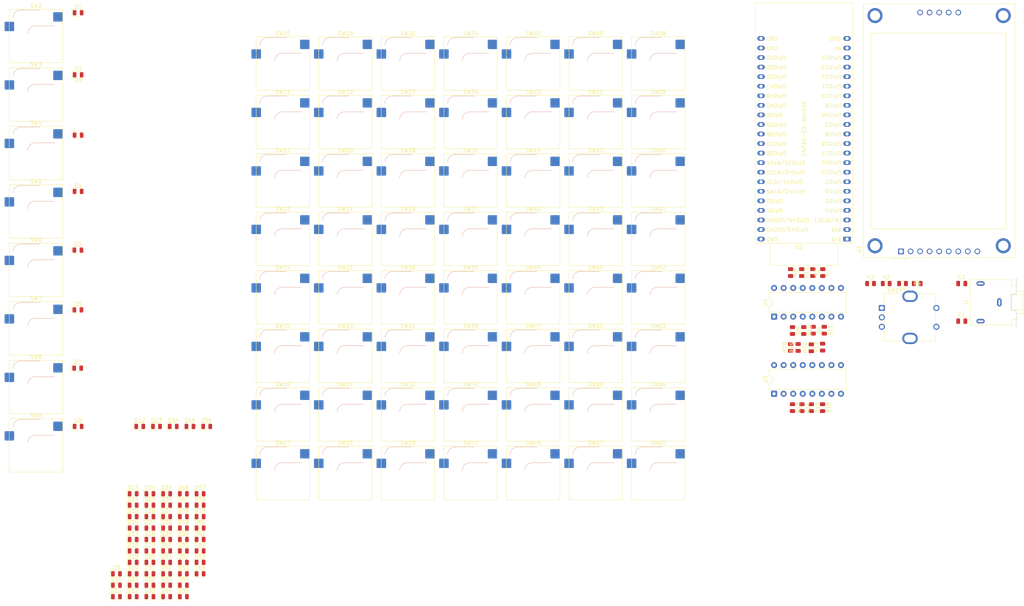
<source format=kicad_pcb>
(kicad_pcb (version 20241229) (generator "pcbnew") (generator_version "9.0")
  (layers (0 "F.Cu" signal) (2 "B.Cu" signal) (13 "F.Paste" user) (15 "B.Paste" user) (5 "F.SilkS" user "F.Silkscreen") (7 "B.SilkS" user "B.Silkscreen") (1 "F.Mask" user) (3 "B.Mask" user) (25 "Edge.Cuts" user))
  (net 0 "")
  (net 1 "Net-(C1-Pad1)")
  (net 2 "Net-(U2-GPIO17{slash}ADC2_CH6)")
  (net 3 "Net-(C2-Pad1)")
  (net 4 "Net-(U2-GPIO18{slash}ADC2_CH7)")
  (net 5 "Net-(D1-A)")
  (net 6 "/Keyboard/R")
  (net 7 "/Keyboard/R1")
  (net 8 "Net-(D2-A)")
  (net 9 "Net-(D3-A)")
  (net 10 "/Keyboard/R2")
  (net 11 "/Keyboard/R3")
  (net 12 "Net-(D4-A)")
  (net 13 "Net-(D5-A)")
  (net 14 "/Keyboard/R4")
  (net 15 "Net-(D6-A)")
  (net 16 "/Keyboard/R5")
  (net 17 "Net-(D7-A)")
  (net 18 "/Keyboard/R6")
  (net 19 "/Keyboard/R7")
  (net 20 "Net-(D8-A)")
  (net 21 "Net-(D9-A)")
  (net 22 "Net-(D10-A)")
  (net 23 "Net-(D11-A)")
  (net 24 "Net-(D12-A)")
  (net 25 "Net-(D13-A)")
  (net 26 "Net-(D14-A)")
  (net 27 "Net-(D15-A)")
  (net 28 "Net-(D16-A)")
  (net 29 "Net-(D17-A)")
  (net 30 "Net-(D18-A)")
  (net 31 "Net-(D19-A)")
  (net 32 "Net-(D20-A)")
  (net 33 "Net-(D21-A)")
  (net 34 "Net-(D22-A)")
  (net 35 "Net-(D23-A)")
  (net 36 "Net-(D24-A)")
  (net 37 "Net-(D25-A)")
  (net 38 "Net-(D26-A)")
  (net 39 "Net-(D27-A)")
  (net 40 "Net-(D28-A)")
  (net 41 "Net-(D29-A)")
  (net 42 "Net-(D30-A)")
  (net 43 "Net-(D31-A)")
  (net 44 "Net-(D32-A)")
  (net 45 "Net-(D33-A)")
  (net 46 "Net-(D34-A)")
  (net 47 "Net-(D35-A)")
  (net 48 "Net-(D36-A)")
  (net 49 "Net-(D37-A)")
  (net 50 "Net-(D38-A)")
  (net 51 "Net-(D39-A)")
  (net 52 "Net-(D40-A)")
  (net 53 "Net-(D41-A)")
  (net 54 "Net-(D42-A)")
  (net 55 "Net-(D43-A)")
  (net 56 "Net-(D44-A)")
  (net 57 "Net-(D45-A)")
  (net 58 "Net-(D46-A)")
  (net 59 "Net-(D47-A)")
  (net 60 "Net-(D48-A)")
  (net 61 "Net-(D49-A)")
  (net 62 "Net-(D50-A)")
  (net 63 "Net-(D51-A)")
  (net 64 "Net-(D52-A)")
  (net 65 "Net-(D53-A)")
  (net 66 "Net-(D54-A)")
  (net 67 "Net-(D55-A)")
  (net 68 "Net-(D56-A)")
  (net 69 "Net-(D57-A)")
  (net 70 "Net-(D58-A)")
  (net 71 "Net-(D59-A)")
  (net 72 "Net-(D60-A)")
  (net 73 "Net-(D61-A)")
  (net 74 "Net-(D62-A)")
  (net 75 "Net-(D63-A)")
  (net 76 "Net-(D64-A)")
  (net 77 "GND")
  (net 78 "Net-(U2-CHIP_PU)")
  (net 79 "Net-(U1-VCC)")
  (net 80 "Net-(U2-GPIO46)")
  (net 81 "Net-(U2-GPIO47)")
  (net 82 "Net-(U2-GPIO48)")
  (net 83 "/Keyboard/C")
  (net 84 "/Keyboard/C1")
  (net 85 "/Keyboard/C2")
  (net 86 "/Keyboard/C3")
  (net 87 "/Keyboard/C4")
  (net 88 "/Keyboard/C5")
  (net 89 "/Keyboard/C6")
  (net 90 "/Keyboard/C7")
  (net 91 "Net-(U1-MOSI)")
  (net 92 "Net-(U1-D{slash}~{C})")
  (net 93 "Net-(U1-SD_MOSI)")
  (net 94 "Net-(U1-SD_CS)")
  (net 95 "Net-(U1-LED)")
  (net 96 "Net-(U1-RESET)")
  (net 97 "Net-(U1-SCK)")
  (net 98 "Net-(U1-SD_SCK)")
  (net 99 "Net-(U1-MISO)")
  (net 100 "Net-(U1-FLASH_CD)")
  (net 101 "Net-(U1-SD_MISO)")
  (net 102 "Net-(U1-~{CS})")
  (net 108 "Net-(U2-GPIO7{slash}ADC1_CH6)")
  (net 112 "Net-(U2-GPIO4{slash}ADC1_CH3)")
  (net 119 "Net-(U2-GPIO5{slash}ADC1_CH4)")
  (net 124 "Net-(U3-Q7)")
  (net 126 "Net-(U4-D0)")
  (net 127 "Net-(U4-D4)")
  (net 128 "Net-(U4-D3)")
  (net 129 "Net-(U4-D2)")
  (net 130 "Net-(U4-D6)")
  (net 131 "Net-(U4-D1)")
  (net 132 "Net-(U4-D7)")
  (net 133 "Net-(U3-D0)")
  (net 134 "Net-(U4-D5)")
  (net 135 "Net-(U3-D5)")
  (net 136 "Net-(U3-D6)")
  (net 137 "Net-(U3-D7)")
  (net 138 "Net-(U3-D4)")
  (net 139 "Net-(U3-D3)")
  (net 140 "Net-(U3-D2)")
  (net 141 "Net-(U3-D1)")
  (footprint "PCM_Switch_Keyboard_Hotswap_Kailh:SW_Hotswap_Kailh_MX_1.00u" (layer "F.Cu") (at 189.31 137.85)
    (property "Reference" "SW65")
    (property "Value" "SW_Push")
  )
  (footprint "Diode_SMD:D_0805_2012Metric" (layer "F.Cu") (at 58.6 161.63)
    (property "Reference" "D41")
    (property "Value" "D")
  )
  (footprint "Diode_SMD:D_0805_2012Metric" (layer "F.Cu") (at 54.15 146.43)
    (property "Reference" "D25")
    (property "Value" "D")
  )
  (footprint "Resistor_SMD:R_0805_2012Metric" (layer "F.Cu") (at 228 100 -90)
    (property "Reference" "R13")
    (property "Value" "10k")
  )
  (footprint "Diode_SMD:D_0805_2012Metric" (layer "F.Cu") (at 49.7 170.75)
    (property "Reference" "D22")
    (property "Value" "D")
  )
  (footprint "PCM_Switch_Keyboard_Hotswap_Kailh:SW_Hotswap_Kailh_MX_1.00u" (layer "F.Cu") (at 106.135 75.65)
    (property "Reference" "SW21")
    (property "Value" "SW_Push")
  )
  (footprint "Diode_SMD:D_0805_2012Metric" (layer "F.Cu") (at 63.05 164.67)
    (property "Reference" "D53")
    (property "Value" "D")
  )
  (footprint "Resistor_SMD:R_0805_2012Metric" (layer "F.Cu") (at 233.05 84.5875 90)
    (property "Reference" "R5")
    (property "Value" "10k")
  )
  (footprint "PCM_Switch_Keyboard_Hotswap_Kailh:SW_Hotswap_Kailh_MX_1.00u" (layer "F.Cu") (at 23.865 114.99)
    (property "Reference" "SW8")
    (property "Value" "SW_Push")
  )
  (footprint "PCM_Switch_Keyboard_Hotswap_Kailh:SW_Hotswap_Kailh_MX_1.00u" (layer "F.Cu") (at 189.31 29)
    (property "Reference" "SW58")
    (property "Value" "SW_Push")
  )
  (footprint "PCM_Switch_Keyboard_Hotswap_Kailh:SW_Hotswap_Kailh_MX_1.00u" (layer "F.Cu") (at 89.5 60.1)
    (property "Reference" "SW12")
    (property "Value" "SW_Push")
  )
  (footprint "Resistor_SMD:R_0805_2012Metric" (layer "F.Cu") (at 230 120.5 -90)
    (property "Reference" "R15")
    (property "Value" "10k")
  )
  (footprint "Diode_SMD:D_0805_2012Metric" (layer "F.Cu") (at 35 78.62)
    (property "Reference" "D5")
    (property "Value" "D")
  )
  (footprint "PCM_Switch_Keyboard_Hotswap_Kailh:SW_Hotswap_Kailh_MX_1.00u" (layer "F.Cu") (at 106.135 29)
    (property "Reference" "SW18")
    (property "Value" "SW_Push")
  )
  (footprint "Display:CR2013-MI2120" (layer "F.Cu") (at 253.84 78.9575 90)
    (property "Reference" "U1")
    (property "Value" "CR2013-MI2120")
  )
  (footprint "Resistor_SMD:R_0805_2012Metric" (layer "F.Cu") (at 227.45 84.5875 90)
    (property "Reference" "R8")
    (property "Value" "10k")
  )
  (footprint "Resistor_SMD:R_0805_2012Metric" (layer "F.Cu") (at 224.5 104.5 90)
    (property "Reference" "R18")
    (property "Value" "10k")
  )
  (footprint "Diode_SMD:D_0805_2012Metric" (layer "F.Cu") (at 63.05 167.71)
    (property "Reference" "D54")
    (property "Value" "D")
  )
  (footprint "Diode_SMD:D_0805_2012Metric" (layer "F.Cu") (at 63.05 146.43)
    (property "Reference" "D47")
    (property "Value" "D")
  )
  (footprint "PCM_Switch_Keyboard_Hotswap_Kailh:SW_Hotswap_Kailh_MX_1.00u" (layer "F.Cu") (at 106.135 91.2)
    (property "Reference" "SW22")
    (property "Value" "SW_Push")
  )
  (footprint "Diode_SMD:D_0805_2012Metric" (layer "F.Cu") (at 67.5 164.67)
    (property "Reference" "D64")
    (property "Value" "D")
  )
  (footprint "Diode_SMD:D_0805_2012Metric" (layer "F.Cu") (at 58.6 167.71)
    (property "Reference" "D43")
    (property "Value" "D")
  )
  (footprint "PCM_Switch_Keyboard_Hotswap_Kailh:SW_Hotswap_Kailh_MX_1.00u" (layer "F.Cu") (at 189.31 122.3)
    (property "Reference" "SW64")
    (property "Value" "SW_Push")
  )
  (footprint "PCM_Switch_Keyboard_Hotswap_Kailh:SW_Hotswap_Kailh_MX_1.00u" (layer "F.Cu") (at 139.405 106.75)
    (property "Reference" "SW39")
    (property "Value" "SW_Push")
  )
  (footprint "PCM_Switch_Keyboard_Hotswap_Kailh:SW_Hotswap_Kailh_MX_1.00u" (layer "F.Cu") (at 139.405 122.3)
    (property "Reference" "SW40")
    (property "Value" "SW_Push")
  )
  (footprint "Diode_SMD:D_0805_2012Metric" (layer "F.Cu") (at 35.0625 125.5)
    (property "Reference" "D8")
    (property "Value" "D")
  )
  (footprint "Resistor_SMD:R_0805_2012Metric" (layer "F.Cu") (at 227.5 120.5 -90)
    (property "Reference" "R14")
    (property "Value" "10k")
  )
  (footprint "Diode_SMD:D_0805_2012Metric" (layer "F.Cu") (at 58.6 146.43)
    (property "Reference" "D36")
    (property "Value" "D")
  )
  (footprint "PCM_Switch_Keyboard_Hotswap_Kailh:SW_Hotswap_Kailh_MX_1.00u" (layer "F.Cu") (at 122.77 122.3)
    (property "Reference" "SW32")
    (property "Value" "SW_Push")
  )
  (footprint "PCM_Switch_Keyboard_Hotswap_Kailh:SW_Hotswap_Kailh_MX_1.00u" (layer "F.Cu") (at 23.865 130.54)
    (property "Reference" "SW9")
    (property "Value" "SW_Push")
  )
  (footprint "PCM_Switch_Keyboard_Hotswap_Kailh:SW_Hotswap_Kailh_MX_1.00u" (layer "F.Cu") (at 106.135 44.55)
    (property "Reference" "SW19")
    (property "Value" "SW_Push")
  )
  (footprint "PCM_Switch_Keyboard_Hotswap_Kailh:SW_Hotswap_Kailh_MX_1.00u" (layer "F.Cu") (at 156.04 137.85)
    (property "Reference" "SW49")
    (property "Value" "SW_Push")
  )
  (footprint "Diode_SMD:D_0805_2012Metric" (layer "F.Cu") (at 49.7 155.55)
    (property "Reference" "D17")
    (property "Value" "D")
  )
  (footprint "Diode_SMD:D_0805_2012Metric" (layer "F.Cu") (at 58.6 155.55)
    (property "Reference" "D39")
    (property "Value" "D")
  )
  (footprint "Diode_SMD:D_0805_2012Metric" (layer "F.Cu") (at 49.7 167.71)
    (property "Reference" "D21")
    (property "Value" "D")
  )
  (footprint "Diode_SMD:D_0805_2012Metric" (layer "F.Cu") (at 67.5 152.51)
    (property "Reference" "D60")
    (property "Value" "D")
  )
  (footprint "Resistor_SMD:R_0805_2012Metric" (layer "F.Cu") (at 226.5 104.5 90)
    (property "Reference" "R19")
    (property "Value" "10k")
  )
  (footprint "Resistor_SMD:R_0805_2012Metric" (layer "F.Cu") (at 230.5 99.9125 -90)
    (property "Reference" "R9")
    (property "Value" "10k")
  )
  (footprint "PCM_Switch_Keyboard_Hotswap_Kailh:SW_Hotswap_Kailh_MX_1.00u" (layer "F.Cu") (at 89.5 75.65)
    (property "Reference" "SW13")
    (property "Value" "SW_Push")
  )
  (footprint "Diode_SMD:D_0805_2012Metric" (layer "F.Cu") (at 45.25 170.75)
    (property "Reference" "D11")
    (property "Value" "D")
  )
  (footprint "PCM_Switch_Keyboard_Hotswap_Kailh:SW_Hotswap_Kailh_MX_1.00u" (layer "F.Cu") (at 89.5 44.55)
    (property "Reference" "SW11")
    (property "Value" "SW_Push")
  )
  (footprint "Diode_SMD:D_0805_2012Metric" (layer "F.Cu") (at 63.05 143.39)
    (property "Reference" "D46")
    (property "Value" "D")
  )
  (footprint "Diode_SMD:D_0805_2012Metric" (layer "F.Cu") (at 55.9 125.5)
    (property "Reference" "D23")
    (property "Value" "D")
  )
  (footprint "PCM_Switch_Keyboard_Hotswap_Kailh:SW_Hotswap_Kailh_MX_1.00u" (layer "F.Cu") (at 172.675 91.2)
    (property "Reference" "SW54")
    (property "Value" "SW_Push")
  )
  (footprint "Diode_SMD:D_0805_2012Metric" (layer "F.Cu") (at 63.05 149.47)
    (property "Reference" "D48")
    (property "Value" "D")
  )
  (footprint "Diode_SMD:D_0805_2012Metric" (layer "F.Cu") (at 54.15 170.75)
    (property "Reference" "D33")
    (property "Value" "D")
  )
  (footprint "PCM_Switch_Keyboard_Hotswap_Kailh:SW_Hotswap_Kailh_MX_1.00u" (layer "F.Cu") (at 122.77 75.65)
    (property "Reference" "SW29")
    (property "Value" "SW_Push")
  )
  (footprint "Diode_SMD:D_0805_2012Metric" (layer "F.Cu") (at 54.15 155.55)
    (property "Reference" "D28")
    (property "Value" "D")
  )
  (footprint "PCM_Switch_Keyboard_Hotswap_Kailh:SW_Hotswap_Kailh_MX_1.00u" (layer "F.Cu") (at 189.31 44.55)
    (property "Reference" "SW59")
    (property "Value" "SW_Push")
  )
  (footprint "PCM_Switch_Keyboard_Hotswap_Kailh:SW_Hotswap_Kailh_MX_1.00u" (layer "F.Cu") (at 172.675 75.65)
    (property "Reference" "SW53")
    (property "Value" "SW_Push")
  )
  (footprint "Resistor_SMD:R_0805_2012Metric" (layer "F.Cu") (at 254.25 87.5 180)
    (property "Reference" "R1")
    (property "Value" "10k")
  )
  (footprint "PCM_Switch_Keyboard_Hotswap_Kailh:SW_Hotswap_Kailh_MX_1.00u" (layer "F.Cu") (at 89.5 137.85)
    (property "Reference" "SW17")
    (property "Value" "SW_Push")
  )
  (footprint "Diode_SMD:D_0805_2012Metric" (layer "F.Cu") (at 63.05 155.55)
    (property "Reference" "D50")
    (property "Value" "D")
  )
  (footprint "Diode_SMD:D_0805_2012Metric" (layer "F.Cu") (at 58.6 164.67)
    (property "Reference" "D42")
    (property "Value" "D")
  )
  (footprint "Diode_SMD:D_0805_2012Metric" (layer "F.Cu") (at 58.6 143.39)
    (property "Reference" "D35")
    (property "Value" "D")
  )
  (footprint "PCM_Switch_Keyboard_Hotswap_Kailh:SW_Hotswap_Kailh_MX_1.00u" (layer "F.Cu") (at 106.135 137.85)
    (property "Reference" "SW25")
    (property "Value" "SW_Push")
  )
  (footprint "Resistor_SMD:R_0805_2012Metric" (layer "F.Cu") (at 225 100 -90)
    (property "Reference" "R6")
    (property "Value" "10k")
  )
  (footprint "Diode_SMD:D_0805_2012Metric" (layer "F.Cu") (at 49.7 143.39)
    (property "Reference" "D13")
    (property "Value" "D")
  )
  (footprint "PCM_Switch_Keyboard_Hotswap_Kailh:SW_Hotswap_Kailh_MX_1.00u" (layer "F.Cu") (at 189.31 106.75)
    (property "Reference" "SW63")
    (property "Value" "SW_Push")
  )
  (footprint "PCM_Switch_Keyboard_Hotswap_Kailh:SW_Hotswap_Kailh_MX_1.00u" (layer "F.Cu") (at 139.405 29)
    (property "Reference" "SW34")
    (property "Value" "SW_Push")
  )
  (footprint "Diode_SMD:D_0805_2012Metric" (layer "F.Cu") (at 54.15 152.51)
    (property "Reference" "D27")
    (property "Value" "D")
  )
  (footprint "PCM_Switch_Keyboard_Hotswap_Kailh:SW_Hotswap_Kailh_MX_1.00u" (layer "F.Cu") (at 23.865 21.69)
    (property "Reference" "SW2")
    (property "Value" "SW_Push")
  )
  (footprint "PCM_Switch_Keyboard_Hotswap_Kailh:SW_Hotswap_Kailh_MX_1.00u" (layer "F.Cu") (at 172.675 60.1)
    (property "Reference" "SW52")
    (property "Value" "SW_Push")
  )
  (footprint "Connector_Audio:Jack_3.5mm_CUI_SJ1-3523N_Horizontal" (layer "F.Cu") (at 280 92.5 90)
    (property "Reference" "J1")
    (property "Value" "AudioPlug3")
    (fp_line (start 1.8 3.1) (end -1.8 3.1) (stroke (width 0.12)) (layer "Edge.Cuts"))
    (fp_line (start 2.2 3.5) (end 2.2 4.5) (stroke (width 0.12)) (layer "Edge.Cuts"))
    (fp_line (start -2.2 3.5) (end -2.2 4.5) (stroke (width 0.12)) (layer "Edge.Cuts"))
    (fp_line (start 2.2 4.5) (end 6.5 4.5) (stroke (width 0.12)) (layer "Edge.Cuts"))
    (fp_line (start -2.2 4.5) (end -6.5 4.5) (stroke (width 0.12)) (layer "Edge.Cuts"))
    (fp_arc (start 1.8 3.1) (mid 2.082843 3.217157) (end 2.2 3.5) (stroke (width 0.12)) (layer "Edge.Cuts"))
    (fp_arc (start -2.2 3.5) (mid -2.082843 3.217158) (end -1.8 3.1) (stroke (width 0.12)) (layer "Edge.Cuts"))
  )
  (footprint "Diode_SMD:D_0805_2012Metric" (layer "F.Cu") (at 35.0625 32)
    (property "Reference" "D2")
    (property "Value" "D")
  )
  (footprint "PCM_Switch_Keyboard_Hotswap_Kailh:SW_Hotswap_Kailh_MX_1.00u" (layer "F.Cu") (at 23.865 99.44)
    (property "Reference" "SW7")
    (property "Value" "SW_Push")
  )
  (footprint "Diode_SMD:D_0805_2012Metric" (layer "F.Cu") (at 67.5 149.47)
    (property "Reference" "D59")
    (property "Value" "D")
  )
  (footprint "PCM_Switch_Keyboard_Hotswap_Kailh:SW_Hotswap_Kailh_MX_1.00u" (layer "F.Cu") (at 156.04 29)
    (property "Reference" "SW42")
    (property "Value" "SW_Push")
  )
  (footprint "Diode_SMD:D_0805_2012Metric" (layer "F.Cu") (at 64.8 125.5)
    (property "Reference" "D45")
    (property "Value" "D")
  )
  (footprint "Diode_SMD:D_0805_2012Metric" (layer "F.Cu") (at 54.15 143.39)
    (property "Reference" "D24")
    (property "Value" "D")
  )
  (footprint "Resistor_SMD:R_0805_2012Metric" (layer "F.Cu") (at 258.1625 87.5 180)
    (property "Reference" "R4")
    (property "Value" "10k")
  )
  (footprint "Resistor_SMD:R_0805_2012Metric" (layer "F.Cu") (at 233 104.4125 90)
    (property "Reference" "R12")
    (property "Value" "10k")
  )
  (footprint "PCM_Switch_Keyboard_Hotswap_Kailh:SW_Hotswap_Kailh_MX_1.00u" (layer "F.Cu") (at 106.135 122.3)
    (property "Reference" "SW24")
    (property "Value" "SW_Push")
  )
  (footprint "PCM_Switch_Keyboard_Hotswap_Kailh:SW_Hotswap_Kailh_MX_1.00u" (layer "F.Cu") (at 156.04 44.55)
    (property "Reference" "SW43")
    (property "Value" "SW_Push")
  )
  (footprint "PCM_Switch_Keyboard_Hotswap_Kailh:SW_Hotswap_Kailh_MX_1.00u" (layer "F.Cu") (at 189.31 75.65)
    (property "Reference" "SW61")
    (property "Value" "SW_Push")
  )
  (footprint "PCM_Switch_Keyboard_Hotswap_Kailh:SW_Hotswap_Kailh_MX_1.00u" (layer "F.Cu") (at 23.865 83.89)
    (property "Reference" "SW6")
    (property "Value" "SW_Push")
  )
  (footprint "PCM_Switch_Keyboard_Hotswap_Kailh:SW_Hotswap_Kailh_MX_1.00u" (layer "F.Cu") (at 106.135 60.1)
    (property "Reference" "SW20")
    (property "Value" "SW_Push")
  )
  (footprint "Diode_SMD:D_0805_2012Metric" (layer "F.Cu") (at 54.15 164.67)
    (property "Reference" "D31")
    (property "Value" "D")
  )
  (footprint "PCM_Switch_Keyboard_Hotswap_Kailh:SW_Hotswap_Kailh_MX_1.00u" (layer "F.Cu") (at 156.04 60.1)
    (property "Reference" "SW44")
    (property "Value" "SW_Push")
  )
  (footprint "PCM_Switch_Keyboard_Hotswap_Kailh:SW_Hotswap_Kailh_MX_1.00u" (layer "F.Cu") (at 23.865 37.24)
    (property "Reference" "SW3")
    (property "Value" "SW_Push")
  )
  (footprint "Diode_SMD:D_0805_2012Metric" (layer "F.Cu") (at 63.05 158.59)
    (property "Reference" "D51")
    (property "Value" "D")
  )
  (footprint "PCM_Switch_Keyboard_Hotswap_Kailh:SW_Hotswap_Kailh_MX_1.00u" (layer "F.Cu") (at 172.675 29)
    (property "Reference" "SW50")
    (property "Value" "SW_Push")
  )
  (footprint "Diode_SMD:D_0805_2012Metric" (layer "F.Cu") (at 51.45 125.5)
    (property "Reference" "D12")
    (property "Value" "D")
  )
  (footprint "Diode_SMD:D_0805_2012Metric" (layer "F.Cu") (at 49.7 158.59)
    (property "Reference" "D18")
    (property "Value" "D")
  )
  (footprint "Rotary_Encoder:RotaryEncoder_Bourns_Vertical_PEC12R-3x17F-Sxxxx" (layer "F.Cu") (at 248.75 94)
    (property "Reference" "SW1")
    (property "Value" "RotaryEncoder_Switch")
  )
  (footprint "PCM_Switch_Keyboard_Hotswap_Kailh:SW_Hotswap_Kailh_MX_1.00u" (layer "F.Cu") (at 106.135 106.75)
    (property "Reference" "SW23")
    (property "Value" "SW_Push")
  )
  (footprint "Diode_SMD:D_0805_2012Metric" (layer "F.Cu") (at 67.5 161.63)
    (property "Reference" "D63")
    (property "Value" "D")
  )
  (footprint "Diode_SMD:D_0805_2012Metric" (layer "F.Cu") (at 67.5 146.43)
    (property "Reference" "D58")
    (property "Value" "D")
  )
  (footprint "PCM_Switch_Keyboard_Hotswap_Kailh:SW_Hotswap_Kailh_MX_1.00u" (layer "F.Cu") (at 172.675 106.75)
    (property "Reference" "SW55")
    (property "Value" "SW_Push")
  )
  (footprint "PCM_Switch_Keyboard_Hotswap_Kailh:SW_Hotswap_Kailh_MX_1.00u" (layer "F.Cu") (at 156.04 106.75)
    (property "Reference" "SW47")
    (property "Value" "SW_Push")
  )
  (footprint "Diode_SMD:D_0805_2012Metric" (layer "F.Cu") (at 67.5 158.59)
    (property "Reference" "D62")
    (property "Value" "D")
  )
  (footprint "Diode_SMD:D_0805_2012Metric" (layer "F.Cu") (at 69.25 125.5)
    (property "Reference" "D56")
    (property "Value" "D")
  )
  (footprint "Diode_SMD:D_0805_2012Metric" (layer "F.Cu") (at 63.05 152.51)
    (property "Reference" "D49")
    (property "Value" "D")
  )
  (footprint "Diode_SMD:D_0805_2012Metric" (layer "F.Cu") (at 54.15 167.71)
    (property "Reference" "D32")
    (property "Value" "D")
  )
  (footprint "Resistor_SMD:R_0805_2012Metric" (layer "F.Cu") (at 249.925 87.5)
    (property "Reference" "R2")
    (property "Value" "10k")
  )
  (footprint "Resistor_SMD:R_0805_2012Metric" (layer "F.Cu") (at 225 120.5 -90)
    (property "Reference" "R17")
    (property "Value" "10k")
  )
  (footprint "Resistor_SMD:R_0805_2012Metric" (layer "F.Cu") (at 230.4 84.5875 90)
    (property "Reference" "R10")
    (property "Value" "10k")
  )
  (footprint "Diode_SMD:D_0805_2012Metric" (layer "F.Cu") (at 49.7 161.63)
    (property "Reference" "D19")
    (property "Value" "D")
  )
  (footprint "Diode_SMD:D_0805_2012Metric" (layer "F.Cu") (at 58.6 170.75)
    (property "Reference" "D44")
    (property "Value" "D")
  )
  (footprint "Diode_SMD:D_0805_2012Metric" (layer "F.Cu") (at 49.7 152.51)
    (property "Reference" "D16")
    (property "Value" "D")
  )
  (footprint "PCM_Switch_Keyboard_Hotswap_Kailh:SW_Hotswap_Kailh_MX_1.00u" (layer "F.Cu") (at 139.405 91.2)
    (property "Reference" "SW38")
    (property "Value" "SW_Push")
  )
  (footprint "PCM_Switch_Keyboard_Hotswap_Kailh:SW_Hotswap_Kailh_MX_1.00u" (layer "F.Cu") (at 139.405 60.1)
    (property "Reference" "SW36")
    (property "Value" "SW_Push")
  )
  (footprint "PCM_Switch_Keyboard_Hotswap_Kailh:SW_Hotswap_Kailh_MX_1.00u" (layer "F.Cu") (at 122.77 91.2)
    (property "Reference" "SW30")
    (property "Value" "SW_Push")
  )
  (footprint "Resistor_SMD:R_0805_2012Metric" (layer "F.Cu") (at 224.5 84.5875 90)
    (property "Reference" "R7")
    (property "Value" "10k")
  )
  (footprint "PCM_Switch_Keyboard_Hotswap_Kailh:SW_Hotswap_Kailh_MX_1.00u" (layer "F.Cu") (at 122.77 29)
    (property "Reference" "SW26")
    (property "Value" "SW_Push")
  )
  (footprint "PCM_Switch_Keyboard_Hotswap_Kailh:SW_Hotswap_Kailh_MX_1.00u" (layer "F.Cu") (at 89.5 29)
    (property "Reference" "SW10")
    (property "Value" "SW_Push")
  )
  (footprint "PCM_Switch_Keyboard_Hotswap_Kailh:SW_Hotswap_Kailh_MX_1.00u" (layer "F.Cu") (at 189.31 60.1)
    (property "Reference" "SW60")
    (property "Value" "SW_Push")
  )
  (footprint "PCM_Switch_Keyboard_Hotswap_Kailh:SW_Hotswap_Kailh_MX_1.00u" (layer "F.Cu") (at 139.405 44.55)
    (property "Reference" "SW35")
    (property "Value" "SW_Push")
  )
  (footprint "PCM_Switch_Keyboard_Hotswap_Kailh:SW_Hotswap_Kailh_MX_1.00u" (layer "F.Cu") (at 122.77 44.55)
    (property "Reference" "SW27")
    (property "Value" "SW_Push")
  )
  (footprint "Package_DIP:DIP-16_W7.62mm" (layer "F.Cu") (at 220.11 116.805 90)
    (property "Reference" "U3")
    (property "Value" "74HC165")
  )
  (footprint "Diode_SMD:D_0805_2012Metric" (layer "F.Cu") (at 49.7 146.43)
    (property "Reference" "D14")
    (property "Value" "D")
  )
  (footprint "Diode_SMD:D_0805_2012Metric" (layer "F.Cu") (at 63.05 161.63)
    (property "Reference" "D52")
    (property "Value" "D")
  )
  (footprint "PCM_Switch_Keyboard_Hotswap_Kailh:SW_Hotswap_Kailh_MX_1.00u" (layer "F.Cu") (at 172.675 44.55)
    (property "Reference" "SW51")
    (property "Value" "SW_Push")
  )
  (footprint "Diode_SMD:D_0805_2012Metric" (layer "F.Cu") (at 35.0625 48.04)
    (property "Reference" "D3")
    (property "Value" "D")
  )
  (footprint "Diode_SMD:D_0805_2012Metric" (layer "F.Cu") (at 34.9375 110)
    (property "Reference" "D7")
    (property "Value" "D")
  )
  (footprint "PCM_Switch_Keyboard_Hotswap_Kailh:SW_Hotswap_Kailh_MX_1.00u" (layer "F.Cu") (at 89.5 122.3)
    (property "Reference" "SW16")
    (property "Value" "SW_Push")
  )
  (footprint "Resistor_SMD:R_0805_2012Metric" (layer "F.Cu") (at 230 104.5875 90)
    (property "Reference" "R20")
    (property "Value" "10k")
  )
  (footprint "Resistor_SMD:R_0805_2012Metric" (layer "F.Cu") (at 233 120.5 -90)
    (property "Reference" "R16")
    (property "Value" "10k")
  )
  (footprint "PCM_Switch_Keyboard_Hotswap_Kailh:SW_Hotswap_Kailh_MX_1.00u" (layer "F.Cu") (at 89.5 91.2)
    (property "Reference" "SW14")
    (property "Value" "SW_Push")
  )
  (footprint "Diode_SMD:D_0805_2012Metric" (layer "F.Cu") (at 54.15 158.59)
    (property "Reference" "D29")
    (property "Value" "D")
  )
  (footprint "PCM_Switch_Keyboard_Hotswap_Kailh:SW_Hotswap_Kailh_MX_1.00u" (layer "F.Cu") (at 139.405 137.85)
    (property "Reference" "SW41")
    (property "Value" "SW_Push")
  )
  (footprint "PCM_Switch_Keyboard_Hotswap_Kailh:SW_Hotswap_Kailh_MX_1.00u" (layer "F.Cu") (at 122.77 137.85)
    (property "Reference" "SW33")
    (property "Value" "SW_Push")
  )
  (footprint "Diode_SMD:D_0805_2012Metric" (layer "F.Cu") (at 35.0625 63)
    (property "Reference" "D4")
    (property "Value" "D")
  )
  (footprint "PCM_Switch_Keyboard_Hotswap_Kailh:SW_Hotswap_Kailh_MX_1.00u" (layer "F.Cu") (at 172.675 122.3)
    (property "Reference" "SW56")
    (property "Value" "SW_Push")
  )
  (footprint "PCM_Switch_Keyboard_Hotswap_Kailh:SW_Hotswap_Kailh_MX_1.00u" (layer "F.Cu") (at 156.04 122.3)
    (property "Reference" "SW48")
    (property "Value" "SW_Push")
  )
  (footprint "PCM_Switch_Keyboard_Hotswap_Kailh:SW_Hotswap_Kailh_MX_1.00u" (layer "F.Cu") (at 23.865 68.34)
    (property "Reference" "SW5")
    (property "Value" "SW_Push")
  )
  (footprint "Diode_SMD:D_0805_2012Metric" (layer "F.Cu") (at 35.0625 15.5)
    (property "Reference" "D1")
    (property "Value" "D")
  )
  (footprint "Diode_SMD:D_0805_2012Metric" (layer "F.Cu") (at 35 94.5)
    (property "Reference" "D6")
    (property "Value" "D")
  )
  (footprint "Diode_SMD:D_0805_2012Metric" (layer "F.Cu") (at 49.7 164.67)
    (property "Reference" "D20")
    (property "Value" "D")
  )
  (footprint "Diode_SMD:D_0805_2012Metric" (layer "F.Cu") (at 58.6 149.47)
    (property "Reference" "D37")
    (property "Value" "D")
  )
  (footprint "Diode_SMD:D_0805_2012Metric" (layer "F.Cu") (at 63.05 170.75)
    (property "Reference" "D55")
    (property "Value" "D")
  )
  (footprint "Diode_SMD:D_0805_2012Metric" (layer "F.Cu") (at 49.7 149.47)
    (property "Reference" "D15")
    (property "Value" "D")
  )
  (footprint "PCM_Switch_Keyboard_Hotswap_Kailh:SW_Hotswap_Kailh_MX_1.00u" (layer "F.Cu") (at 172.675 137.85)
    (property "Reference" "SW57")
    (property "Value" "SW_Push")
  )
  (footprint "PCM_Switch_Keyboard_Hotswap_Kailh:SW_Hotswap_Kailh_MX_1.00u" (layer "F.Cu") (at 122.77 106.75)
    (property "Reference" "SW31")
    (property "Value" "SW_Push")
  )
  (footprint "PCM_Switch_Keyboard_Hotswap_Kailh:SW_Hotswap_Kailh_MX_1.00u" (layer "F.Cu") (at 156.04 75.65)
    (property "Reference" "SW45")
    (property "Value" "SW_Push")
  )
  (footprint "PCM_Switch_Keyboard_Hotswap_Kailh:SW_Hotswap_Kailh_MX_1.00u" (layer "F.Cu") (at 89.5 106.75)
    (property "Reference" "SW15")
    (property "Value" "SW_Push")
  )
  (footprint "Package_DIP:DIP-16_W7.62mm" (layer "F.Cu") (at 220.11 96.305 90)
    (property "Reference" "U4")
    (property "Value" "74HC165")
  )
  (footprint "Diode_SMD:D_0805_2012Metric" (layer "F.Cu") (at 54.15 149.47)
    (property "Reference" "D26")
    (property "Value" "D")
  )
  (footprint "Diode_SMD:D_0805_2012Metric" (layer "F.Cu") (at 67.5 143.39)
    (property "Reference" "D57")
    (property "Value" "D")
  )
  (footprint "PCM_Switch_Keyboard_Hotswap_Kailh:SW_Hotswap_Kailh_MX_1.00u" (layer "F.Cu") (at 122.77 60.1)
    (property "Reference" "SW28")
    (property "Value" "SW_Push")
  )
  (footprint "Capacitor_SMD:C_0805_2012Metric" (layer "F.Cu") (at 270 87.5)
    (property "Reference" "C2")
    (property "Value" "10uF")
  )
  (footprint "Diode_SMD:D_0805_2012Metric" (layer "F.Cu") (at 45.25 164.67)
    (property "Reference" "D9")
    (property "Value" "D")
  )
  (footprint "Diode_SMD:D_0805_2012Metric" (layer "F.Cu") (at 45.25 167.71)
    (property "Reference" "D10")
    (property "Value" "D")
  )
  (footprint "PCM_Switch_Keyboard_Hotswap_Kailh:SW_Hotswap_Kailh_MX_1.00u" (layer "F.Cu") (at 156.04 91.2)
    (property "Reference" "SW46")
    (property "Value" "SW_Push")
  )
  (footprint "PCM_Espressif:ESP32-S3-DevKitC" (layer "F.Cu") (at 239.5 75.68 180)
    (property "Reference" "U2")
    (property "Value" "ESP32-S3-DevKitC")
  )
  (footprint "Diode_SMD:D_0805_2012Metric" (layer "F.Cu") (at 67.5 155.55)
    (property "Reference" "D61")
    (property "Value" "D")
  )
  (footprint "Resistor_SMD:R_0805_2012Metric" (layer "F.Cu") (at 245.75 87.5)
    (property "Reference" "R3")
    (property "Value" "10k")
  )
  (footprint "Capacitor_SMD:C_0805_2012Metric" (layer "F.Cu") (at 270 97.5)
    (property "Reference" "C1")
    (property "Value" "10uF")
  )
  (footprint "Diode_SMD:D_0805_2012Metric" (layer "F.Cu") (at 58.6 152.51)
    (property "Reference" "D38")
    (property "Value" "D")
  )
  (footprint "Diode_SMD:D_0805_2012Metric" (layer "F.Cu") (at 58.6 158.59)
    (property "Reference" "D40")
    (property "Value" "D")
  )
  (footprint "PCM_Switch_Keyboard_Hotswap_Kailh:SW_Hotswap_Kailh_MX_1.00u" (layer "F.Cu") (at 23.865 52.79)
    (property "Reference" "SW4")
    (property "Value" "SW_Push")
  )
  (footprint "PCM_Switch_Keyboard_Hotswap_Kailh:SW_Hotswap_Kailh_MX_1.00u" (layer "F.Cu") (at 189.31 91.2)
    (property "Reference" "SW62")
    (property "Value" "SW_Push")
  )
  (footprint "Diode_SMD:D_0805_2012Metric" (layer "F.Cu") (at 54.15 161.63)
    (property "Reference" "D30")
    (property "Value" "D")
  )
  (footprint "Diode_SMD:D_0805_2012Metric" (layer "F.Cu") (at 60.35 125.5)
    (property "Reference" "D34")
    (property "Value" "D")
  )
  (footprint "PCM_Switch_Keyboard_Hotswap_Kailh:SW_Hotswap_Kailh_MX_1.00u" (layer "F.Cu") (at 139.405 75.65)
    (property "Reference" "SW37")
    (property "Value" "SW_Push")
  )
  (footprint "Resistor_SMD:R_0805_2012Metric" (layer "F.Cu") (at 233.45 99.9125 -90)
    (property "Reference" "R11")
    (property "Value" "10k")
  )
)
</source>
